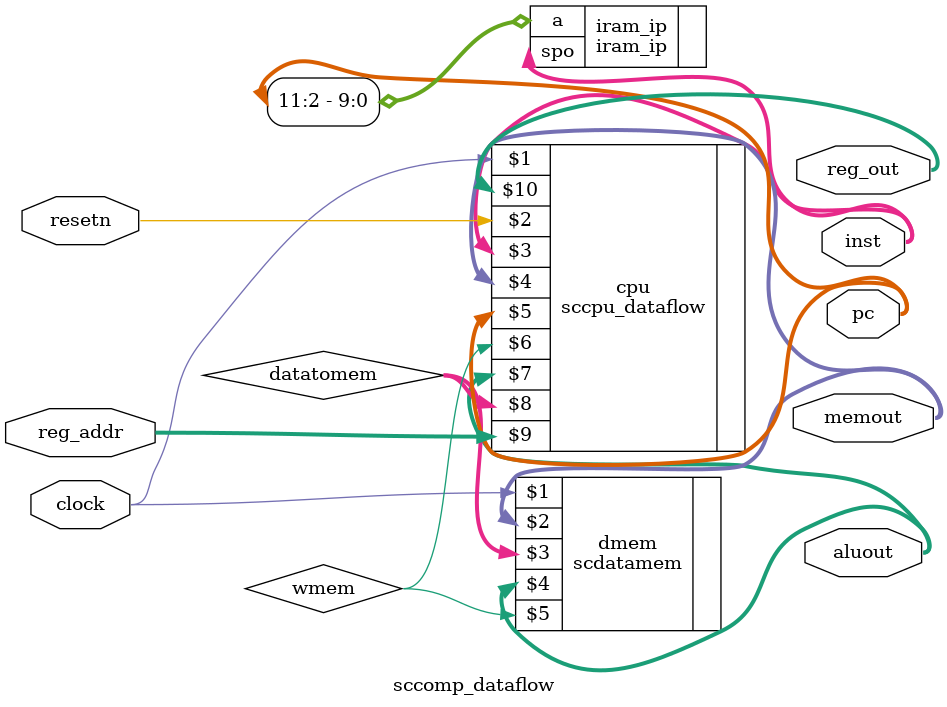
<source format=v>
`include "sccpu_dataflow.v"
`include "scinstmem.v"
`include "scdatamem.v"
module sccomp_dataflow(clock, resetn, pc, inst, aluout, memout,reg_addr,reg_out  );
   input clock, resetn;
   output [31:0] inst, pc, aluout, memout;   
	input [4:0] reg_addr;
	output [31:0] reg_out;

   
   wire [31:0] datatomem;
   wire wmem;

   sccpu_dataflow cpu( clock, resetn, inst, memout, pc, wmem, aluout, datatomem,reg_addr,reg_out );
   iram_ip iram_ip (
    .a(pc[11:2]), // input [9 : 0] a
    .spo(inst) // output [31 : 0] spo
    );
	 
	 
 
  //scinstmem imem ( pc, inst );  
  scdatamem dmem (clock,memout, datatomem, aluout, wmem );
endmodule


</source>
